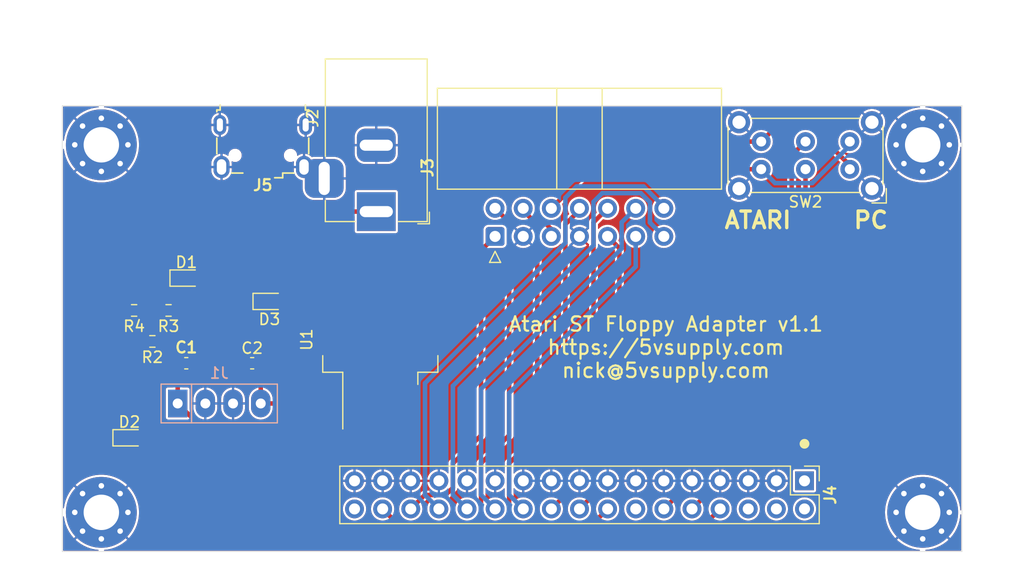
<source format=kicad_pcb>
(kicad_pcb (version 20210606) (generator pcbnew)
  (layers (0 "F.Cu" signal) (31 "B.Cu" signal) (34 "B.Paste" user) (35 "F.Paste" user) (36 "B.SilkS" user "B.Silkscreen") (37 "F.SilkS" user "F.Silkscreen") (38 "B.Mask" user) (39 "F.Mask" user) (44 "Edge.Cuts" user))
  (net 0 "")
  (net 1 "GND")
  (net 2 "+5V")
  (net 3 "/WRITE_PROT")
  (net 4 "/TRACK_00")
  (net 5 "/WRITE_GATE")
  (net 6 "/WRITE_DATA")
  (net 7 "/STEP")
  (net 8 "/STEP_DIR")
  (net 9 "/MOTOR_ON")
  (net 10 "/FLOPPY_ID1")
  (net 11 "/FLOPPY_ID0")
  (net 12 "/INDEX")
  (net 13 "/SIDE_SEL")
  (net 14 "/READ_DATA")
  (net 15 "/DRIVE_SEL_B")
  (net 16 "/DRIVE_SEL_A")
  (net 17 "+12V")
  (net 18 "Net-(D1-Pad2)")
  (net 19 "Net-(D2-Pad2)")
  (net 20 "Net-(R2-Pad2)")
  (footprint "Resistor_SMD:R_0603_1608Metric" (layer "F.Cu") (at 117.475 103.364 180)
    (fp_text reference "R3" (at 0 -1.43) (layer "F.SilkS"))
    (fp_text value "1.78k")
    (fp_line (start -0.237258 -0.5225) (end 0.237258 -0.5225) (layer "F.SilkS") (width 0.12))
    (fp_line (start -0.237258 0.5225) (end 0.237258 0.5225) (layer "F.SilkS") (width 0.12))
    (pad "1" smd roundrect locked (at -0.825 0 180) (size 0.8 0.95) (layers "F.Cu" "F.Paste" "F.Mask") (net 2 "+5V"))
    (pad "2" smd roundrect locked (at 0.825 0 180) (size 0.8 0.95) (layers "F.Cu" "F.Paste" "F.Mask") (net 20 "Net-(R2-Pad2)"))
  )
  (footprint "Connector_PinHeader_2.54mm:PinHeader_2x17_P2.54mm_Vertical" (layer "F.Cu") (at 174.9094 118.7654 -90)
    (fp_text reference "J4" (at 1.27 -2.33 90) (layer "F.SilkS") (effects (font (thickness 0.2))))
    (fp_text value "02x17")
    (fp_line (start 3.87 -1.33) (end 3.87 41.97) (layer "F.SilkS") (width 0.12))
    (fp_line (start -1.33 1.27) (end 1.27 1.27) (layer "F.SilkS") (width 0.12))
    (fp_line (start 1.27 -1.33) (end 3.87 -1.33) (layer "F.SilkS") (width 0.12))
    (fp_line (start -1.33 1.27) (end -1.33 41.97) (layer "F.SilkS") (width 0.12))
    (fp_line (start -1.33 0) (end -1.33 -1.33) (layer "F.SilkS") (width 0.12))
    (fp_line (start 1.27 1.27) (end 1.27 -1.33) (layer "F.SilkS") (width 0.12))
    (fp_line (start -1.33 41.97) (end 3.87 41.97) (layer "F.SilkS") (width 0.12))
    (fp_line (start -1.33 -1.33) (end 0 -1.33) (layer "F.SilkS") (width 0.12))
    (pad "1" thru_hole rect locked (at 0 0 270) (size 1.7 1.7) (drill 1) (layers *.Cu *.Mask))
    (pad "2" thru_hole oval locked (at 2.54 0 270) (size 1.7 1.7) (drill 1) (layers *.Cu *.Mask))
    (pad "3" thru_hole oval locked (at 0 2.54 270) (size 1.7 1.7) (drill 1) (layers *.Cu *.Mask) (net 1 "GND"))
    (pad "4" thru_hole oval locked (at 2.54 2.54 270) (size 1.7 1.7) (drill 1) (layers *.Cu *.Mask))
    (pad "5" thru_hole oval locked (at 0 5.08 270) (size 1.7 1.7) (drill 1) (layers *.Cu *.Mask) (net 1 "GND"))
    (pad "6" thru_hole oval locked (at 2.54 5.08 270) (size 1.7 1.7) (drill 1) (layers *.Cu *.Mask))
    (pad "7" thru_hole oval locked (at 0 7.62 270) (size 1.7 1.7) (drill 1) (layers *.Cu *.Mask) (net 1 "GND"))
    (pad "8" thru_hole oval locked (at 2.54 7.62 270) (size 1.7 1.7) (drill 1) (layers *.Cu *.Mask) (net 12 "/INDEX"))
    (pad "9" thru_hole oval locked (at 0 10.16 270) (size 1.7 1.7) (drill 1) (layers *.Cu *.Mask) (net 1 "GND"))
    (pad "10" thru_hole oval locked (at 2.54 10.16 270) (size 1.7 1.7) (drill 1) (layers *.Cu *.Mask) (net 16 "/DRIVE_SEL_A"))
    (pad "11" thru_hole oval locked (at 0 12.7 270) (size 1.7 1.7) (drill 1) (layers *.Cu *.Mask) (net 1 "GND"))
    (pad "12" thru_hole oval locked (at 2.54 12.7 270) (size 1.7 1.7) (drill 1) (layers *.Cu *.Mask) (net 15 "/DRIVE_SEL_B"))
    (pad "13" thru_hole oval locked (at 0 15.24 270) (size 1.7 1.7) (drill 1) (layers *.Cu *.Mask) (net 1 "GND"))
    (pad "14" thru_hole oval locked (at 2.54 15.24 270) (size 1.7 1.7) (drill 1) (layers *.Cu *.Mask))
    (pad "15" thru_hole oval locked (at 0 17.78 270) (size 1.7 1.7) (drill 1) (layers *.Cu *.Mask) (net 1 "GND"))
    (pad "16" thru_hole oval locked (at 2.54 17.78 270) (size 1.7 1.7) (drill 1) (layers *.Cu *.Mask) (net 9 "/MOTOR_ON"))
    (pad "17" thru_hole oval locked (at 0 20.32 270) (size 1.7 1.7) (drill 1) (layers *.Cu *.Mask) (net 1 "GND"))
    (pad "18" thru_hole oval locked (at 2.54 20.32 270) (size 1.7 1.7) (drill 1) (layers *.Cu *.Mask) (net 8 "/STEP_DIR"))
    (pad "19" thru_hole oval locked (at 0 22.86 270) (size 1.7 1.7) (drill 1) (layers *.Cu *.Mask) (net 1 "GND"))
    (pad "20" thru_hole oval locked (at 2.54 22.86 270) (size 1.7 1.7) (drill 1) (layers *.Cu *.Mask) (net 7 "/STEP"))
    (pad "21" thru_hole oval locked (at 0 25.4 270) (size 1.7 1.7) (drill 1) (layers *.Cu *.Mask) (net 1 "GND"))
    (pad "22" thru_hole oval locked (at 2.54 25.4 270) (size 1.7 1.7) (drill 1) (layers *.Cu *.Mask) (net 6 "/WRITE_DATA"))
    (pad "23" thru_hole oval locked (at 0 27.94 270) (size 1.7 1.7) (drill 1) (layers *.Cu *.Mask) (net 1 "GND"))
    (pad "24" thru_hole oval locked (at 2.54 27.94 270) (size 1.7 1.7) (drill 1) (layers *.Cu *.Mask) (net 5 "/WRITE_GATE"))
    (pad "25" thru_hole oval locked (at 0 30.48 270) (size 1.7 1.7) (drill 1) (layers *.Cu *.Mask) (net 1 "GND"))
    (pad "26" thru_hole oval locked (at 2.54 30.48 270) (size 1.7 1.7) (drill 1) (layers *.Cu *.Mask) (net 4 "/TRACK_00"))
    (pad "27" thru_hole oval locked (at 0 33.02 270) (size 1.7 1.7) (drill 1) (layers *.Cu *.Mask) (net 1 "GND"))
    (pad "28" thru_hole oval locked (at 2.54 33.02 270) (size 1.7 1.7) (drill 1) (layers *.Cu *.Mask) (net 3 "/WRITE_PROT"))
    (pad "29" thru_hole oval locked (at 0 35.56 270) (size 1.7 1.7) (drill 1) (layers *.Cu *.Mask) (net 1 "GND"))
    (pad "30" thru_hole oval locked (at 2.54 35.56 270) (size 1.7 1.7) (drill 1) (layers *.Cu *.Mask) (net 14 "/READ_DATA"))
    (pad "31" thru_hole oval locked (at 0 38.1 270) (size 1.7 1.7) (drill 1) (layers *.Cu *.Mask) (net 1 "GND"))
    (pad "32" thru_hole oval locked (at 2.54 38.1 270) (size 1.7 1.7) (drill 1) (layers *.Cu *.Mask) (net 13 "/SIDE_SEL"))
    (pad "33" thru_hole oval locked (at 0 40.64 270) (size 1.7 1.7) (drill 1) (layers *.Cu *.Mask) (net 1 "GND"))
    (pad "34" thru_hole oval locked (at 2.54 40.64 270) (size 1.7 1.7) (drill 1) (layers *.Cu *.Mask))
  )
  (footprint "Diode_SMD:D_0603_1608Metric" (layer "F.Cu") (at 119.0875 100.438)
    (fp_text reference "D1" (at 0 -1.43) (layer "F.SilkS"))
    (fp_text value "12v")
    (fp_line (start -1.485 -0.735) (end -1.485 0.735) (layer "F.SilkS") (width 0.12))
    (fp_line (start 0.8 -0.735) (end -1.485 -0.735) (layer "F.SilkS") (width 0.12))
    (fp_line (start -1.485 0.735) (end 0.8 0.735) (layer "F.SilkS") (width 0.12))
    (pad "1" smd roundrect locked (at -0.7875 0) (size 0.875 0.95) (layers "F.Cu" "F.Paste" "F.Mask") (net 2 "+5V"))
    (pad "2" smd roundrect locked (at 0.7875 0) (size 0.875 0.95) (layers "F.Cu" "F.Paste" "F.Mask") (net 18 "Net-(D1-Pad2)"))
  )
  (footprint "MountingHole:MountingHole_3.2mm_M3_Pad_Via" (layer "F.Cu") (at 111.4044 88.392)
    (fp_text reference "H1" hide)
    (fp_text value "MOUNT-PAD-ROUND3.0")
    (pad "1" thru_hole circle locked (at 0 2.4) (size 0.8 0.8) (drill 0.5) (layers *.Cu *.Mask) (net 1 "GND"))
    (pad "1" thru_hole circle locked (at -2.4 0) (size 0.8 0.8) (drill 0.5) (layers *.Cu *.Mask) (net 1 "GND"))
    (pad "1" thru_hole circle locked (at 2.4 0) (size 0.8 0.8) (drill 0.5) (layers *.Cu *.Mask) (net 1 "GND"))
    (pad "1" thru_hole circle locked (at -1.697056 1.697056) (size 0.8 0.8) (drill 0.5) (layers *.Cu *.Mask) (net 1 "GND"))
    (pad "1" thru_hole circle locked (at 0 0) (size 6.4 6.4) (drill 3.2) (layers *.Cu *.Mask) (net 1 "GND"))
    (pad "1" thru_hole circle locked (at -1.697056 -1.697056) (size 0.8 0.8) (drill 0.5) (layers *.Cu *.Mask) (net 1 "GND"))
    (pad "1" thru_hole circle locked (at 0 -2.4) (size 0.8 0.8) (drill 0.5) (layers *.Cu *.Mask) (net 1 "GND"))
    (pad "1" thru_hole circle locked (at 1.697056 -1.697056) (size 0.8 0.8) (drill 0.5) (layers *.Cu *.Mask) (net 1 "GND"))
    (pad "1" thru_hole circle locked (at 1.697056 1.697056) (size 0.8 0.8) (drill 0.5) (layers *.Cu *.Mask) (net 1 "GND"))
  )
  (footprint "MountingHole:MountingHole_3.2mm_M3_Pad_Via" (layer "F.Cu") (at 185.5848 88.392)
    (fp_text reference "H4" hide)
    (fp_text value "MOUNT-PAD-ROUND3.0")
    (pad "1" thru_hole circle locked (at 1.697056 -1.697056) (size 0.8 0.8) (drill 0.5) (layers *.Cu *.Mask) (net 1 "GND"))
    (pad "1" thru_hole circle locked (at 1.697056 1.697056) (size 0.8 0.8) (drill 0.5) (layers *.Cu *.Mask) (net 1 "GND"))
    (pad "1" thru_hole circle locked (at -1.697056 -1.697056) (size 0.8 0.8) (drill 0.5) (layers *.Cu *.Mask) (net 1 "GND"))
    (pad "1" thru_hole circle locked (at 0 2.4) (size 0.8 0.8) (drill 0.5) (layers *.Cu *.Mask) (net 1 "GND"))
    (pad "1" thru_hole circle locked (at -2.4 0) (size 0.8 0.8) (drill 0.5) (layers *.Cu *.Mask) (net 1 "GND"))
    (pad "1" thru_hole circle locked (at 0 0) (size 6.4 6.4) (drill 3.2) (layers *.Cu *.Mask) (net 1 "GND"))
    (pad "1" thru_hole circle locked (at 2.4 0) (size 0.8 0.8) (drill 0.5) (layers *.Cu *.Mask) (net 1 "GND"))
    (pad "1" thru_hole circle locked (at -1.697056 1.697056) (size 0.8 0.8) (drill 0.5) (layers *.Cu *.Mask) (net 1 "GND"))
    (pad "1" thru_hole circle locked (at 0 -2.4) (size 0.8 0.8) (drill 0.5) (layers *.Cu *.Mask) (net 1 "GND"))
  )
  (footprint "Capacitor_SMD:C_0603_1608Metric" (layer "F.Cu") (at 125.025 108.138 180)
    (fp_text reference "C2" (at 0 1.364) (layer "F.SilkS"))
    (fp_text value "2.2uF")
    (fp_line (start -0.14058 -0.51) (end 0.14058 -0.51) (layer "F.SilkS") (width 0.12))
    (fp_line (start -0.14058 0.51) (end 0.14058 0.51) (layer "F.SilkS") (width 0.12))
    (pad "1" smd roundrect locked (at -0.775 0 180) (size 0.9 0.95) (layers "F.Cu" "F.Paste" "F.Mask") (net 17 "+12V"))
    (pad "2" smd roundrect locked (at 0.775 0 180) (size 0.9 0.95) (layers "F.Cu" "F.Paste" "F.Mask") (net 1 "GND"))
  )
  (footprint "Capacitor_SMD:C_0603_1608Metric" (layer "F.Cu") (at 119.075 108.138)
    (fp_text reference "C1" (at 0 -1.43) (layer "F.SilkS") (effects (font (thickness 0.2))))
    (fp_text value "2.2uF")
    (fp_line (start -0.14058 0.51) (end 0.14058 0.51) (layer "F.SilkS") (width 0.12))
    (fp_line (start -0.14058 -0.51) (end 0.14058 -0.51) (layer "F.SilkS") (width 0.12))
    (pad "1" smd roundrect locked (at -0.775 0) (size 0.9 0.95) (layers "F.Cu" "F.Paste" "F.Mask") (net 2 "+5V"))
    (pad "2" smd roundrect locked (at 0.775 0) (size 0.9 0.95) (layers "F.Cu" "F.Paste" "F.Mask") (net 1 "GND"))
  )
  (footprint "Connector_IDC:IDC-Header_2x07_P2.54mm_Horizontal" (layer "F.Cu") (at 146.9644 96.6724 90)
    (fp_text reference "J3" (at 6.215 -6.1 90) (layer "F.SilkS") (effects (font (thickness 0.2))))
    (fp_text value "2x7")
    (fp_line (start -2.35 0.5) (end -1.35 0) (layer "F.SilkS") (width 0.12))
    (fp_line (start 13.39 -5.21) (end 13.39 20.45) (layer "F.SilkS") (width 0.12))
    (fp_line (start 4.27 9.67) (end 13.39 9.67) (layer "F.SilkS") (width 0.12))
    (fp_line (start -1.35 0) (end -2.35 -0.5) (layer "F.SilkS") (width 0.12))
    (fp_line (start -2.35 -0.5) (end -2.35 0.5) (layer "F.SilkS") (width 0.12))
    (fp_line (start 4.27 -5.21) (end 13.39 -5.21) (layer "F.SilkS") (width 0.12))
    (fp_line (start 4.27 20.45) (end 4.27 -5.21) (layer "F.SilkS") (width 0.12))
    (fp_line (start 13.39 20.45) (end 4.27 20.45) (layer "F.SilkS") (width 0.12))
    (fp_line (start 4.27 5.57) (end 13.39 5.57) (layer "F.SilkS") (width 0.12))
    (pad "1" thru_hole roundrect locked (at 0 0 90) (size 1.7 1.7) (drill 1) (layers *.Cu *.Mask) (roundrect_rratio 0.1470588235) (net 14 "/READ_DATA"))
    (pad "2" thru_hole circle locked (at 2.54 0 90) (size 1.7 1.7) (drill 1) (layers *.Cu *.Mask) (net 13 "/SIDE_SEL"))
    (pad "3" thru_hole circle locked (at 0 2.54 90) (size 1.7 1.7) (drill 1) (layers *.Cu *.Mask) (net 1 "GND"))
    (pad "4" thru_hole circle locked (at 2.54 2.54 90) (size 1.7 1.7) (drill 1) (layers *.Cu *.Mask) (net 12 "/INDEX"))
    (pad "5" thru_hole circle locked (at 0 5.08 90) (size 1.7 1.7) (drill 1) (layers *.Cu *.Mask) (net 11 "/FLOPPY_ID0"))
    (pad "6" thru_hole circle locked (at 2.54 5.08 90) (size 1.7 1.7) (drill 1) (layers *.Cu *.Mask) (net 10 "/FLOPPY_ID1"))
    (pad "7" thru_hole circle locked (at 0 7.62 90) (size 1.7 1.7) (drill 1) (layers *.Cu *.Mask) (net 1 "GND"))
    (pad "8" thru_hole circle locked (at 2.54 7.62 90) (size 1.7 1.7) (drill 1) (layers *.Cu *.Mask) (net 9 "/MOTOR_ON"))
    (pad "9" thru_hole circle locked (at 0 10.16 90) (size 1.7 1.7) (drill 1) (layers *.Cu *.Mask) (net 8 "/STEP_DIR"))
    (pad "10" thru_hole circle locked (at 2.54 10.16 90) (size 1.7 1.7) (drill 1) (layers *.Cu *.Mask) (net 7 "/STEP"))
    (pad "11" thru_hole circle locked (at 0 12.7 90) (size 1.7 1.7) (drill 1) (layers *.Cu *.Mask) (net 6 "/WRITE_DATA"))
    (pad "12" thru_hole circle locked (at 2.54 12.7 90) (size 1.7 1.7) (drill 1) (layers *.Cu *.Mask) (net 5 "/WRITE_GATE"))
    (pad "13" thru_hole circle locked (at 0 15.24 90) (size 1.7 1.7) (drill 1) (layers *.Cu *.Mask) (net 4 "/TRACK_00"))
    (pad "14" thru_hole circle locked (at 2.54 15.24 90) (size 1.7 1.7) (drill 1) (layers *.Cu *.Mask) (net 3 "/WRITE_PROT"))
  )
  (footprint "Diode_SMD:D_0603_1608Metric" (layer "F.Cu") (at 126.5875 102.55)
    (fp_text reference "D3" (at 0 1.618) (layer "F.SilkS"))
    (fp_text value "12v")
    (fp_line (start -1.485 0.735) (end 0.8 0.735) (layer "F.SilkS") (width 0.12))
    (fp_line (start -1.485 -0.735) (end -1.485 0.735) (layer "F.SilkS") (width 0.12))
    (fp_line (start 0.8 -0.735) (end -1.485 -0.735) (layer "F.SilkS") (width 0.12))
    (pad "1" smd roundrect locked (at -0.7875 0) (size 0.875 0.95) (layers "F.Cu" "F.Paste" "F.Mask") (net 17 "+12V"))
    (pad "2" smd roundrect locked (at 0.7875 0) (size 0.875 0.95) (layers "F.Cu" "F.Paste" "F.Mask") (net 1 "GND"))
  )
  (footprint "Connector_BarrelJack:BarrelJack_Horizontal" (layer "F.Cu") (at 136.235 94.43 -90)
    (fp_text reference "J2" (at -8.45 5.75 90) (layer "F.SilkS"))
    (fp_text value "Jack-DC")
    (fp_line (start 0.9 4.6) (end -1 4.6) (layer "F.SilkS") (width 0.12))
    (fp_line (start 1.1 -3.75) (end 1.1 -4.8) (layer "F.SilkS") (width 0.12))
    (fp_line (start 0.9 -4.6) (end 0.9 -2) (layer "F.SilkS") (width 0.12))
    (fp_line (start 0.9 1.9) (end 0.9 4.6) (layer "F.SilkS") (width 0.12))
    (fp_line (start -5 4.6) (end -13.8 4.6) (layer "F.SilkS") (width 0.12))
    (fp_line (start -13.8 -4.6) (end 0.9 -4.6) (layer "F.SilkS") (width 0.12))
    (fp_line (start -13.8 4.6) (end -13.8 -4.6) (layer "F.SilkS") (width 0.12))
    (fp_line (start 0.05 -4.8) (end 1.1 -4.8) (layer "F.SilkS") (width 0.12))
    (pad "1" thru_hole rect (at 0 0 270) (size 3.5 3.5) (drill oval 1 3) (layers *.Cu *.Mask) (net 17 "+12V"))
    (pad "2" thru_hole roundrect (at -6 0 270) (size 3 3.5) (drill oval 1 3) (layers *.Cu *.Mask) (net 1 "GND"))
    (pad "MP" thru_hole roundrect (at -3 4.7 270) (size 3.5 3.5) (drill oval 3 1) (layers *.Cu *.Mask) (net 1 "GND"))
  )
  (footprint "Button_Switch_THT:SW_E-Switch_EG2219_DPDT_Angled" (layer "F.Cu") (at 179 90.6 180)
    (fp_text reference "SW2" (at 4 -2.95) (layer "F.SilkS"))
    (fp_text value "SW_DPDT_x2")
    (fp_line (start -3.3 -3.05) (end -2 -3.05) (layer "F.SilkS") (width 0.12))
    (fp_line (start 11 -1.35) (end 11 3.85) (layer "F.SilkS") (width 0.12))
    (fp_line (start -3.3 -1.75) (end -3.3 -3.05) (layer "F.SilkS") (width 0.12))
    (fp_line (start -3 3.85) (end -3 -1.35) (layer "F.SilkS") (width 0.12))
    (fp_line (start -0.95 -2.1) (end 8.95 -2.1) (layer "F.SilkS") (width 0.12))
    (fp_line (start 8.95 4.6) (end -0.95 4.6) (layer "F.SilkS") (width 0.12))
    (pad "1" thru_hole circle locked (at 0 0 180) (size 1.7 1.7) (drill 0.9) (layers *.Cu *.Mask) (net 11 "/FLOPPY_ID0"))
    (pad "2" thru_hole circle locked (at 4 0 180) (size 1.7 1.7) (drill 0.9) (layers *.Cu *.Mask) (net 16 "/DRIVE_SEL_A"))
    (pad "3" thru_hole circle locked (at 8 0 180) (size 1.7 1.7) (drill 0.9) (layers *.Cu *.Mask) (net 10 "/FLOPPY_ID1"))
    (pad "4" thru_hole circle locked (at 0 2.5 180) (size 1.7 1.7) (drill 0.9) (layers *.Cu *.Mask) (net 10 "/FLOPPY_ID1"))
    (pad "5" thru_hole circle locked (at 4 2.5 180) (size 1.7 1.7) (drill 0.9) (layers *.Cu *.Mask) (net 15 "/DRIVE_SEL_B"))
    (pad "6" thru_hole circle locked (at 8 2.5 180) (size 1.7 1.7) (drill 0.9) (layers *.Cu *.Mask) (net 11 "/FLOPPY_ID0"))
    (pad "MP" thru_hole circle locked (at 10 4.25 180) (size 2 2) (drill 1.2) (layers *.Cu *.Mask) (net 1 "GND"))
    (pad "MP" thru_hole circle locked (at -2 -1.75 180) (size 2 2) (drill 1.2) (layers *.Cu *.Mask) (net 1 "GND"))
    (pad "MP" thru_hole circle locked (at 10 -1.75 180) (size 2 2) (drill 1.2) (layers *.Cu *.Mask) (net 1 "GND"))
    (pad "MP" thru_hole circle locked (at -2 4.25 180) (size 2 2) (drill 1.2) (layers *.Cu *.Mask) (net 1 "GND"))
  )
  (footprint "Package_TO_SOT_SMD:TO-263-2" (layer "F.Cu") (at 136.6 105.999 90)
    (fp_text reference "U1" (at 0 -6.65 90) (layer "F.SilkS"))
    (fp_text value "L7805")
    (fp_line (start -1.45 5.2) (end -2.95 5.2) (layer "F.SilkS") (width 0.12))
    (fp_line (start -2.95 5.2) (end -2.95 3.39) (layer "F.SilkS") (width 0.12))
    (fp_line (start -2.95 -5.2) (end -2.95 -3.39) (layer "F.SilkS") (width 0.12))
    (fp_line (start -2.95 -3.39) (end -8.075 -3.39) (layer "F.SilkS") (width 0.12))
    (fp_line (start -1.45 -5.2) (end -2.95 -5.2) (layer "F.SilkS") (width 0.12))
    (fp_line (start -2.95 3.39) (end -4.05 3.39) (layer "F.SilkS") (width 0.12))
    (pad "1" smd rect locked (at -5.775 -2.54 90) (size 4.6 1.1) (layers "F.Cu" "F.Paste" "F.Mask") (net 17 "+12V"))
    (pad "2" smd rect locked (at 3.375 0 90) (size 9.4 10.8) (layers "F.Cu" "F.Mask") (net 1 "GND"))
    (pad "3" smd rect locked (at -5.775 2.54 90) (size 4.6 1.1) (layers "F.Cu" "F.Paste" "F.Mask") (net 2 "+5V"))
  )
  (footprint "MountingHole:MountingHole_3.2mm_M3_Pad_Via" (layer "F.Cu") (at 185.5848 121.6152)
    (fp_text reference "H2" hide)
    (fp_text value "MOUNT-PAD-ROUND3.0")
    (pad "1" thru_hole circle locked (at -1.697056 -1.697056) (size 0.8 0.8) (drill 0.5) (layers *.Cu *.Mask) (net 1 "GND"))
    (pad "1" thru_hole circle locked (at 1.697056 1.697056) (size 0.8 0.8) (drill 0.5) (layers *.Cu *.Mask) (net 1 "GND"))
    (pad "1" thru_hole circle locked (at 2.4 0) (size 0.8 0.8) (drill 0.5) (layers *.Cu *.Mask) (net 1 "GND"))
    (pad "1" thru_hole circle locked (at -1.697056 1.697056) (size 0.8 0.8) (drill 0.5) (layers *.Cu *.Mask) (net 1 "GND"))
    (pad "1" thru_hole circle locked (at 0 0) (size 6.4 6.4) (drill 3.2) (layers *.Cu *.Mask) (net 1 "GND"))
    (pad "1" thru_hole circle locked (at -2.4 0) (size 0.8 0.8) (drill 0.5) (layers *.Cu *.Mask) (net 1 "GND"))
    (pad "1" thru_hole circle locked (at 0 2.4) (size 0.8 0.8) (drill 0.5) (layers *.Cu *.Mask) (net 1 "GND"))
    (pad "1" thru_hole circle locked (at 1.697056 -1.697056) (size 0.8 0.8) (drill 0.5) (layers *.Cu *.Mask) (net 1 "GND"))
    (pad "1" thru_hole circle locked (at 0 -2.4) (size 0.8 0.8) (drill 0.5) (layers *.Cu *.Mask) (net 1 "GND"))
  )
  (footprint "Resistor_SMD:R_0603_1608Metric" (layer "F.Cu") (at 114.365 103.364 180)
    (fp_text reference "R4" (at 0 -1.43) (layer "F.SilkS"))
    (fp_text value "3.16k")
    (fp_line (start -0.237258 0.5225) (end 0.237258 0.5225) (layer "F.SilkS") (width 0.12))
    (fp_line (start -0.237258 -0.5225) (end 0.237258 -0.5225) (layer "F.SilkS") (width 0.12))
    (pad "1" smd roundrect locked (at -0.825 0 180) (size 0.8 0.95) (layers "F.Cu" "F.Paste" "F.Mask") (net 20 "Net-(R2-Pad2)"))
    (pad "2" smd roundrect locked (at 0.825 0 180) (size 0.8 0.95) (layers "F.Cu" "F.Paste" "F.Mask") (net 1 "GND"))
  )
  (footprint "Connector_USB:USB_Micro-B_Wuerth_629105150521" (layer "F.Cu") (at 125.984 88.5444 180)
    (fp_text reference "J5" (at 0 -3.5) (layer "F.SilkS") (effects (font (thickness 0.2))))
    (fp_text value "629105150521")
    (fp_line (start -4.15 3.15) (end -4.15 3.3) (layer "F.SilkS") (width 0.15))
    (fp_line (start 3.85 3.75) (end 3.85 3.3) (layer "F.SilkS") (width 0.15))
    (fp_line (start 4.15 0.75) (end 4.15 -0.65) (layer "F.SilkS") (width 0.15))
    (fp_line (start -1.8 -2.4) (end -2.8 -2.4) (layer "F.SilkS") (width 0.15))
    (fp_line (start -1.075 -2.825) (end -1.8 -2.825) (layer "F.SilkS") (width 0.15))
    (fp_line (start -4.15 -0.65) (end -4.15 0.75) (layer "F.SilkS") (width 0.15))
    (fp_line (start 1.8 -2.4) (end 2.8 -2.4) (layer "F.SilkS") (width 0.15))
    (fp_line (start 3.85 3.3) (end 4.15 3.3) (layer "F.SilkS") (width 0.15))
    (fp_line (start 4.15 3.3) (end 4.15 3.15) (layer "F.SilkS") (width 0.15))
    (fp_line (start -4.15 3.3) (end -3.85 3.3) (layer "F.SilkS") (width 0.15))
    (fp_line (start -1.8 -2.825) (end -1.8 -2.4) (layer "F.SilkS") (width 0.15))
    (fp_line (start -3.85 3.3) (end -3.85 3.75) (layer "F.SilkS") (width 0.15))
    (pad "" np_thru_hole oval locked (at -2.5 -0.8 180) (size 0.8 0.8) (drill 0.8) (layers *.Cu *.Mask))
    (pad "" np_thru_hole oval locked (at 2.5 -0.8 180) (size 0.8 0.8) (drill 0.8) (layers *.Cu *.Mask))
    (pad "1" smd rect locked (at -1.3 -1.9 180) (size 0.45 1.3) (layers "F.Cu" "F.Paste" "F.Mask") (net 18 "Net-(D1-Pad2)"))
    (pad "2" smd rect locked (at -0.65 -1.9 180) (size 0.45 1.3) (layers "F.Cu" "F.Paste" "F.Mask"))
    (pad "3" smd rect locked (at 0 -1.9 180) (size 0.45 1.3) (layers "F.Cu" "F.Paste" "F.Mask"))
    (pad "4" smd rect locked (at 0.65 -1.9 180) (size 0.45 1.3) (layers "F.Cu" "F.Paste" "F.Mask"))
    (pad "5" smd rect locked (at 1.3 -1.9 180) (size 0.45 1.3) (layers "F.Cu" "F.Paste" "F.Mask") (net 1 "GND"))
    (pad "6" thru_hole oval locked (at -3.875 1.95 180) (size 1.15 1.8) (drill oval 0.55 1.2) (layers *.Cu *.Mask) (net 1 "GND"))
    (pad "6" thru_hole oval locked (at 3.875 1.95 180) (size 1.15 1.8) (drill oval 0.55 1.2) (layers *.Cu *.Mask) (net 1 "GND"))
    (pad "6" thru_hole oval locked (at 3.725 -1.85 180) (size 1.45 2) (drill oval 0.85 1.4) (layers *.Cu *.Mask) (net 1 "GND"))
    (pad "6" thru_hole oval locked (at -3.725 -1.85 180) (size 1.45 2) (drill oval 0.85 1.4) (layers *.Cu *.Mask) (net 1 "GND"))
  )
  (footprint "Resistor_SMD:R_0603_1608Metric" (layer "F.Cu") (at 116.015 106.164 180)
    (fp_text reference "R2" (at 0 -1.43) (layer "F.SilkS"))
    (fp_text value "10k")
    (fp_line (start -0.237258 0.5225) (end 0.237258 0.5225) (layer "F.SilkS") (width 0.12))
    (fp_line (start -0.237258 -0.5225) (end 0.237258 -0.5225) (layer "F.SilkS") (width 0.12))
    (pad "1" smd roundrect locked (at -0.825 0 180) (size 0.8 0.95) (layers "F.Cu" "F.Paste" "F.Mask") (net 19 "Net-(D2-Pad2)"))
    (pad "2" smd roundrect locked (at 0.825 0 180) (size 0.8 0.95) (layers "F.Cu" "F.Paste" "F.Mask") (net 20 "Net-(R2-Pad2)"))
  )
  (footprint "LED_SMD:LED_0603_1608Metric" (layer "F.Cu") (at 113.9365 114.876)
    (fp_text reference "D2" (at 0 -1.43) (layer "F.SilkS"))
    (fp_text value "LED")
    (fp_line (start -1.485 0.735) (end 0.8 0.735) (layer "F.SilkS") (width 0.12))
    (fp_line (start -1.485 -0.735) (end -1.485 0.735) (layer "F.SilkS") (width 0.12))
    (fp_line (start 0.8 -0.735) (end -1.485 -0.735) (layer "F.SilkS") (width 0.12))
    (pad "1" smd roundrect locked (at -0.7875 0) (size 0.875 0.95) (layers "F.Cu" "F.Paste" "F.Mask") (net 1 "GND"))
    (pad "2" smd roundrect locked (at 0.7875 0) (size 0.875 0.95) (layers "F.Cu" "F.Paste" "F.Mask") (net 19 "Net-(D2-Pad2)"))
  )
  (footprint "MountingHole:MountingHole_3.2mm_M3_Pad_Via" (layer "F.Cu") (at 111.4044 121.6152)
    (fp_text reference "H3" hide)
    (fp_text value "MOUNT-PAD-ROUND3.0")
    (pad "1" thru_hole circle locked (at 1.697056 -1.697056) (size 0.8 0.8) (drill 0.5) (layers *.Cu *.Mask) (net 1 "GND"))
    (pad "1" thru_hole circle locked (at 0 0) (size 6.4 6.4) (drill 3.2) (layers *.Cu *.Mask) (net 1 "GND"))
    (pad "1" thru_hole circle locked (at -1.697056 1.697056) (size 0.8 0.8) (drill 0.5) (layers *.Cu *.Mask) (net 1 "GND"))
    (pad "1" thru_hole circle locked (at 2.4 0) (size 0.8 0.8) (drill 0.5) (layers *.Cu *.Mask) (net 1 "GND"))
    (pad "1" thru_hole circle locked (at 0 2.4) (size 0.8 0.8) (drill 0.5) (layers *.Cu *.Mask) (net 1 "GND"))
    (pad "1" thru_hole circle locked (at -2.4 0) (size 0.8 0.8) (drill 0.5) (layers *.Cu *.Mask) (net 1 "GND"))
    (pad "1" thru_hole circle locked (at 1.697056 1.697056) (size 0.8 0.8) (drill 0.5) (layers *.Cu *.Mask) (net 1 "GND"))
    (pad "1" thru_hole circle locked (at -1.697056 -1.697056) (size 0.8 0.8) (drill 0.5) (layers *.Cu *.Mask) (net 1 "GND"))
    (pad "1" thru_hole circle locked (at 0 -2.4) (size 0.8 0.8) (drill 0.5) (layers *.Cu *.Mask) (net 1 "GND"))
  )
  (footprint "parts:171826-4" (layer "B.Cu") (at 122.05 111.774)
    (fp_text reference "J1" (at 0 -2.75) (layer "B.SilkS") (effects (justify mirror)))
    (fp_text value "171826-4")
    (fp_line (start -2.5 1.75) (end -2.5 -1.75) (layer "B.SilkS") (width 0.12))
    (fp_line (start 5.25 1.75) (end 5.25 -1.75) (layer "B.SilkS") (width 0.12))
    (fp_line (start -5.25 1.75) (end 5.25 1.75) (layer "B.SilkS") (width 0.12))
    (fp_line (start -5.25 -1.75) (end -5.25 1.75) (layer "B.SilkS") (width 0.12))
    (fp_line (start 5.25 -1.75) (end -5.25 -1.75) (layer "B.SilkS") (width 0.12))
    (pad "1" thru_hole rect locked (at -3.75 0) (size 1.75 2.5) (drill 0.9) (layers *.Cu *.Mask) (net 2 "+5V"))
    (pad "2" thru_hole oval (at -1.25 0) (size 1.75 2.5) (drill 0.9) (layers *.Cu *.Mask) (net 1 "GND"))
    (pad "3" thru_hole oval (at 1.25 0) (size 1.75 2.5) (drill 0.9) (layers *.Cu *.Mask) (net 1 "GND"))
    (pad "4" thru_hole oval (at 3.75 0) (size 1.75 2.5) (drill 0.9) (layers *.Cu *.Mask) (net 17 "+12V"))
  )
  (gr_circle (center 174.9094 115.4176) (end 175.275724 115.4176) (layer "F.SilkS") (width 0.15) (fill solid))
  (gr_line (start 189.1311 125.1586) (end 189.1311 84.8486) (layer "Edge.Cuts") (width 0.05))
  (gr_line (start 189.1311 84.8486) (end 107.8711 84.8486) (layer "Edge.Cuts") (width 0.05))
  (gr_line (start 107.8711 84.8486) (end 107.8711 125.1586) (layer "Edge.Cuts") (width 0.05))
  (gr_line (start 107.8711 125.1586) (end 189.1311 125.1586) (layer "Edge.Cuts") (width 0.05))
  (gr_text "ATARI" (at 170.7 95.2) (layer "F.SilkS") (effects (font (size 1.5 1.5) (thickness 0.3))))
  (gr_text "PC" (at 180.9 95.2) (layer "F.SilkS") (effects (font (size 1.5 1.5) (thickness 0.3))))
  (gr_text "Atari ST Floppy Adapter v1.1\nhttps://5vsupply.com\nnick@5vsupply.com" (at 162.39 106.695) (layer "F.SilkS") (effects (font (size 1.3 1.3) (thickness 0.2))))
  (segment (start 118.3 100.438) (end 118.3 111.708) (width 0.4064) (layer "F.Cu") (net 2))
  (segment (start 139.14 111.774) (end 139.14 114.76) (width 0.4064) (layer "F.Cu") (net 2))
  (segment (start 138.23 115.67) (end 122.196 115.67) (width 0.4064) (layer "F.Cu") (net 2))
  (segment (start 139.14 114.76) (end 138.23 115.67) (width 0.4064) (layer "F.Cu") (net 2))
  (segment (start 122.196 115.67) (end 118.3 111.774) (width 0.4064) (layer "F.Cu") (net 2))
  (segment (start 140.636189 120.052189) (end 141.8894 121.3054) (width 0.4064) (layer "B.Cu") (net 3))
  (segment (start 160.372787 92.15438) (end 154.32722 92.15438) (width 0.4064) (layer "B.Cu") (net 3))
  (segment (start 154.32722 92.15438) (end 153.3144 93.1672) (width 0.4064) (layer "B.Cu") (net 3))
  (segment (start 153.3144 93.1672) (end 153.3144 97.257153) (width 0.4064) (layer "B.Cu") (net 3))
  (segment (start 162.1636 93.9586) (end 162.1636 93.8884) (width 0.4064) (layer "B.Cu") (net 3))
  (segment (start 140.636189 109.935364) (end 140.636189 120.052189) (width 0.4064) (layer "B.Cu") (net 3))
  (segment (start 162.2044 93.985993) (end 160.372787 92.15438) (width 0.4064) (layer "B.Cu") (net 3))
  (segment (start 153.3144 97.257153) (end 140.636189 109.935364) (width 0.4064) (layer "B.Cu") (net 3))
  (segment (start 162.2044 94.1324) (end 162.2044 93.985993) (width 0.4064) (layer "B.Cu") (net 3))
  (segment (start 155.8544 97.4852) (end 143.1544 110.1852) (width 0.4064) (layer "B.Cu") (net 4))
  (segment (start 160.951189 93.590389) (end 160.1216 92.7608) (width 0.4064) (layer "B.Cu") (net 4))
  (segment (start 160.951189 95.419189) (end 160.951189 93.590389) (width 0.4064) (layer "B.Cu") (net 4))
  (segment (start 143.1544 120.0304) (end 144.4294 121.3054) (width 0.4064) (layer "B.Cu") (net 4))
  (segment (start 160.1216 92.7608) (end 156.641247 92.7608) (width 0.4064) (layer "B.Cu") (net 4))
  (segment (start 155.8544 93.547647) (end 155.8544 97.4852) (width 0.4064) (layer "B.Cu") (net 4))
  (segment (start 156.641247 92.7608) (end 155.8544 93.547647) (width 0.4064) (layer "B.Cu") (net 4))
  (segment (start 162.2044 96.6724) (end 160.951189 95.419189) (width 0.4064) (layer "B.Cu") (net 4))
  (segment (start 143.1544 110.1852) (end 143.1544 120.0304) (width 0.4064) (layer "B.Cu") (net 4))
  (segment (start 159.6644 94.1324) (end 158.3944 95.4024) (width 0.4064) (layer "B.Cu") (net 5))
  (segment (start 145.6944 120.0304) (end 146.9694 121.3054) (width 0.4064) (layer "B.Cu") (net 5))
  (segment (start 158.3944 97.7703) (end 145.6944 110.4703) (width 0.4064) (layer "B.Cu") (net 5))
  (segment (start 145.6944 110.4703) (end 145.6944 120.0304) (width 0.4064) (layer "B.Cu") (net 5))
  (segment (start 158.3944 95.4024) (end 158.3944 97.7703) (width 0.4064) (layer "B.Cu") (net 5))
  (segment (start 148.2344 120.0304) (end 149.5094 121.3054) (width 0.4064) (layer "B.Cu") (net 6))
  (segment (start 159.6644 99.4003) (end 148.2344 110.8303) (width 0.4064) (layer "B.Cu") (net 6))
  (segment (start 148.2344 110.8303) (end 148.2344 120.0304) (width 0.4064) (layer "B.Cu") (net 6))
  (segment (start 159.6644 96.6724) (end 159.6644 99.4003) (width 0.4064) (layer "B.Cu") (net 6))
  (segment (start 153.3144 117.178638) (end 153.3144 120.0404) (width 0.4064) (layer "F.Cu") (net 7))
  (segment (start 155.8544 95.4024) (end 155.8544 114.638638) (width 0.4064) (layer "F.Cu") (net 7))
  (segment (start 153.3144 120.0404) (end 152.0494 121.3054) (width 0.4064) (layer "F.Cu") (net 7))
  (segment (start 155.8544 114.638638) (end 153.3144 117.178638) (width 0.4064) (layer "F.Cu") (net 7))
  (segment (start 157.1244 94.1324) (end 155.8544 95.4024) (width 0.4064) (layer "F.Cu") (net 7))
  (segment (start 155.8544 117.1803) (end 158.1912 114.8435) (width 0.4064) (layer "F.Cu") (net 8))
  (segment (start 155.8544 120.0404) (end 155.8544 117.1803) (width 0.4064) (layer "F.Cu") (net 8))
  (segment (start 158.1912 97.7392) (end 157.1244 96.6724) (width 0.4064) (layer "F.Cu") (net 8))
  (segment (start 158.1912 114.8435) (end 158.1912 97.7392) (width 0.4064) (layer "F.Cu") (net 8))
  (segment (start 154.5894 121.3054) (end 155.8544 120.0404) (width 0.4064) (layer "F.Cu") (net 8))
  (segment (start 154.5436 94.345561) (end 154.5436 93.9586) (width 0.4064) (layer "F.Cu") (net 9))
  (segment (start 153.3144 95.574761) (end 154.5436 94.345561) (width 0.4064) (layer "F.Cu") (net 9))
  (segment (start 151.447858 122.558611) (end 150.796189 121.906942) (width 0.4064) (layer "F.Cu") (net 9))
  (segment (start 153.3144 114.6556) (end 153.3144 95.574761) (width 0.4064) (layer "F.Cu") (net 9))
  (segment (start 157.1294 121.3054) (end 155.876189 122.558611) (width 0.4064) (layer "F.Cu") (net 9))
  (segment (start 150.796189 117.173811) (end 153.3144 114.6556) (width 0.4064) (layer "F.Cu") (net 9))
  (segment (start 155.876189 122.558611) (end 151.447858 122.558611) (width 0.4064) (layer "F.Cu") (net 9))
  (segment (start 150.796189 121.906942) (end 150.796189 117.173811) (width 0.4064) (layer "F.Cu") (net 9))
  (segment (start 152.0444 94.1324) (end 155.5768 90.6) (width 0.4064) (layer "F.Cu") (net 10))
  (segment (start 155.5768 90.6) (end 171 90.6) (width 0.4064) (layer "F.Cu") (net 10))
  (segment (start 179 88.454013) (end 175.601302 91.852711) (width 0.4064) (layer "B.Cu") (net 10))
  (segment (start 175.601302 91.852711) (end 172.252711 91.852711) (width 0.4064) (layer "B.Cu") (net 10))
  (segment (start 172.252711 91.852711) (end 171 90.6) (width 0.4064) (layer "B.Cu") (net 10))
  (segment (start 179 88.1) (end 179 88.454013) (width 0.4064) (layer "B.Cu") (net 10))
  (segment (start 154.6 88.1) (end 171 88.1) (width 0.4064) (layer "F.Cu") (net 11))
  (segment (start 152.0444 96.020991) (end 150.757111 94.733702) (width 0.4064) (layer "F.Cu") (net 11))
  (segment (start 175.601302 86.847289) (end 179 90.245987) (width 0.4064) (layer "F.Cu") (net 11))
  (segment (start 179 90.245987) (end 179 90.6) (width 0.4064) (layer "F.Cu") (net 11))
  (segment (start 150.757111 91.942889) (end 154.6 88.1) (width 0.4064) (layer "F.Cu") (net 11))
  (segment (start 171 88.1) (end 172.252711 86.847289) (width 0.4064) (layer "F.Cu") (net 11))
  (segment (start 150.757111 94.733702) (end 150.757111 91.942889) (width 0.4064) (layer "F.Cu") (net 11))
  (segment (start 152.0444 96.6724) (end 152.0444 96.020991) (width 0.4064) (layer "F.Cu") (net 11))
  (segment (start 172.252711 86.847289) (end 175.601302 86.847289) (width 0.4064) (layer "F.Cu") (net 11))
  (segment (start 148.2344 117.1803) (end 148.2344 122.0244) (width 0.4064) (layer "F.Cu") (net 12))
  (segment (start 149.7048 123.4948) (end 165.1 123.4948) (width 0.4064) (layer "F.Cu") (net 12))
  (segment (start 148.2344 122.0244) (end 149.7048 123.4948) (width 0.4064) (layer "F.Cu") (net 12))
  (segment (start 150.7744 95.607891) (end 150.7744 114.6403) (width 0.4064) (layer "F.Cu") (net 12))
  (segment (start 150.7744 114.6403) (end 148.2344 117.1803) (width 0.4064) (layer "F.Cu") (net 12))
  (segment (start 149.5044 94.1324) (end 149.5044 94.337891) (width 0.4064) (layer "F.Cu") (net 12))
  (segment (start 165.1 123.4948) (end 167.2894 121.3054) (width 0.4064) (layer "F.Cu") (net 12))
  (segment (start 149.5044 94.337891) (end 150.7744 95.607891) (width 0.4064) (layer "F.Cu") (net 12))
  (segment (start 136.8094 121.3054) (end 138.3892 122.8852) (width 0.4064) (layer "F.Cu") (net 13))
  (segment (start 138.3892 122.8852) (end 144.752 122.8852) (width 0.4064) (layer "F.Cu") (net 13))
  (segment (start 144.752 122.8852) (end 145.6944 121.9428) (width 0.4064) (layer "F.Cu") (net 13))
  (segment (start 148.2344 114.6416) (end 148.2344 95.4024) (width 0.4064) (layer "F.Cu") (net 13))
  (segment (start 148.2344 95.4024) (end 146.9644 94.1324) (width 0.4064) (layer "F.Cu") (net 13))
  (segment (start 145.6944 117.1816) (end 148.2344 114.6416) (width 0.4064) (layer "F.Cu") (net 13))
  (segment (start 145.6944 121.9428) (end 145.6944 117.1816) (width 0.4064) (layer "F.Cu") (net 13))
  (segment (start 139.3494 121.3054) (end 140.602611 120.052189) (width 0.4064) (layer "F.Cu") (net 14))
  (segment (start 140.602611 120.052189) (end 142.490942 120.052189) (width 0.4064) (layer "F.Cu") (net 14))
  (segment (start 143.1544 117.1956) (end 145.6944 114.6556) (width 0.4064) (layer "F.Cu") (net 14))
  (segment (start 143.1544 119.388731) (end 143.1544 117.1956) (width 0.4064) (layer "F.Cu") (net 14))
  (segment (start 145.6944 114.6556) (end 145.6944 97.9424) (width 0.4064) (layer "F.Cu") (net 14))
  (segment (start 142.490942 120.052189) (end 143.1544 119.388731) (width 0.4064) (layer "F.Cu") (net 14))
  (segment (start 145.6944 97.9424) (end 146.9644 96.6724) (width 0.4064) (layer "F.Cu") (net 14))
  (segment (start 163.496689 102.803311) (end 173.747289 92.552711) (width 0.4064) (layer "F.Cu") (net 15))
  (segment (start 162.2094 121.3054) (end 163.496689 120.018111) (width 0.4064) (layer "F.Cu") (net 15))
  (segment (start 173.747289 89.352711) (end 175 88.1) (width 0.4064) (layer "F.Cu") (net 15))
  (segment (start 163.496689 120.018111) (end 163.496689 102.803311) (width 0.4064) (layer "F.Cu") (net 15))
  (segment (start 173.747289 92.552711) (end 173.747289 89.352711) (width 0.4064) (layer "F.Cu") (net 15))
  (segment (start 166.036689 120.018111) (end 164.7494 121.3054) (width 0.4064) (layer "F.Cu") (net 16))
  (segment (start 175 95) (end 166.036689 103.963311) (width 0.4064) (layer "F.Cu") (net 16))
  (segment (start 166.036689 103.963311) (end 166.036689 120.018111) (width 0.4064) (layer "F.Cu") (net 16))
  (segment (start 175 90.6) (end 175 95) (width 0.4064) (layer "F.Cu") (net 16))
  (segment (start 125.8 101) (end 125.8 111.708) (width 0.4064) (layer "F.Cu") (net 17))
  (segment (start 136.235 94.43) (end 132.37 94.43) (width 0.4064) (layer "F.Cu") (net 17))
  (segment (start 125.8 111.774) (end 134.06 111.774) (width 0.4064) (layer "F.Cu") (net 17))
  (segment (start 132.37 94.43) (end 125.8 101) (width 0.4064) (layer "F.Cu") (net 17))
  (segment (start 122.012 100.438) (end 119.875 100.438) (width 0.4064) (layer "F.Cu") (net 18))
  (segment (start 127.284 90.4444) (end 127.284 95.166) (width 0.4064) (layer "F.Cu") (net 18))
  (segment (start 127.284 95.166) (end 122.012 100.438) (width 0.4064) (layer "F.Cu") (net 18))
  (segment (start 114.724 114.876) (end 114.724 110.735) (width 0.4064) (layer "F.Cu") (net 19))
  (segment (start 114.724 110.735) (end 116.84 108.619) (width 0.4064) (layer "F.Cu") (net 19))
  (segment (start 116.84 108.619) (end 116.84 106.164) (width 0.4064) (layer "F.Cu") (net 19))
  (segment (start 116.65 103.364) (end 115.19 103.364) (width 0.4064) (layer "F.Cu") (net 20))
  (segment (start 115.19 103.364) (end 115.19 106.164) (width 0.4064) (layer "F.Cu") (net 20))
  (zone (net 1) (net_name "GND") (layers F&B.Cu) (priority 6) (connect_pads (clearance 0.0762)) (min_thickness 0.0762) (fill yes (thermal_gap 0.2024) (thermal_bridge_width 0.2024))
    (polygon (pts (xy 189.484 126.6444) (xy 107.0864 126.4412) (xy 107.3404 84.1756) (xy 189.2808 84.0232)))
  )
)
</source>
